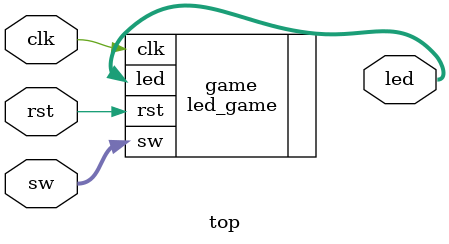
<source format=v>
module top (
    input wire clk,        // Clock signal
    input wire rst,        // Reset signal (active high)
    input wire [15:0] sw,  // 16 switches input
    output wire [15:0] led // 16 LEDs output
);

    // Instantiate the game logic
    led_game game(
        .clk(clk),
        .rst(rst),
        .sw(sw),
        .led(led)
    );

endmodule
</source>
